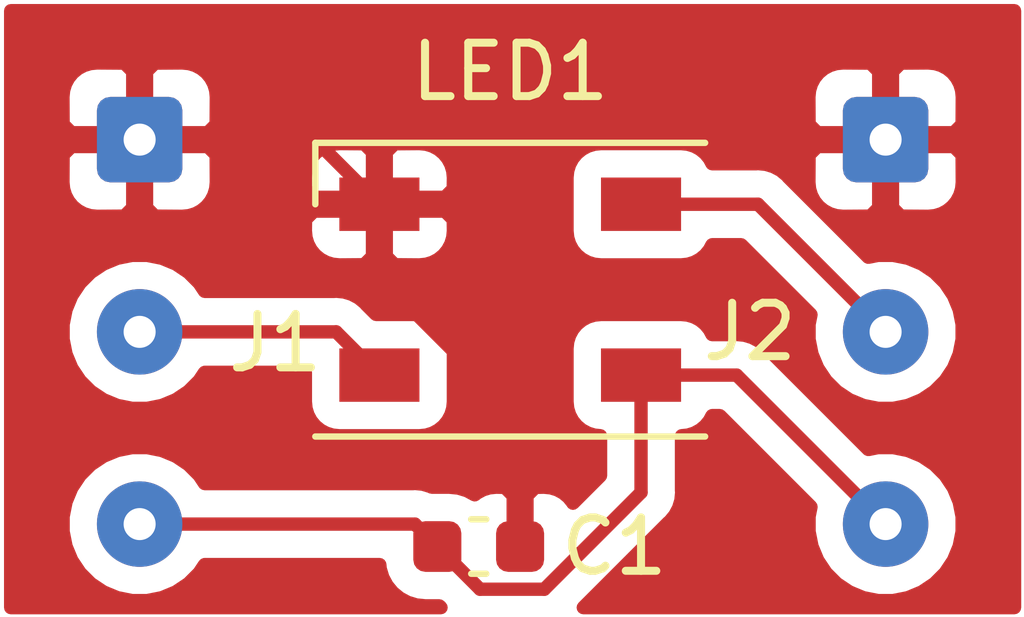
<source format=kicad_pcb>
(kicad_pcb (version 20171130) (host pcbnew "(5.1.9)-1")

  (general
    (thickness 1.6)
    (drawings 4)
    (tracks 19)
    (zones 0)
    (modules 4)
    (nets 5)
  )

  (page A4)
  (layers
    (0 F.Cu signal hide)
    (31 B.Cu signal)
    (32 B.Adhes user)
    (33 F.Adhes user)
    (34 B.Paste user)
    (35 F.Paste user)
    (36 B.SilkS user)
    (37 F.SilkS user)
    (38 B.Mask user)
    (39 F.Mask user)
    (40 Dwgs.User user)
    (41 Cmts.User user)
    (42 Eco1.User user)
    (43 Eco2.User user)
    (44 Edge.Cuts user)
    (45 Margin user)
    (46 B.CrtYd user)
    (47 F.CrtYd user)
    (48 B.Fab user)
    (49 F.Fab user)
  )

  (setup
    (last_trace_width 0.25)
    (trace_clearance 0.2)
    (zone_clearance 0.508)
    (zone_45_only no)
    (trace_min 0.2)
    (via_size 0.8)
    (via_drill 0.4)
    (via_min_size 0.4)
    (via_min_drill 0.3)
    (uvia_size 0.3)
    (uvia_drill 0.1)
    (uvias_allowed no)
    (uvia_min_size 0.2)
    (uvia_min_drill 0.1)
    (edge_width 0.05)
    (segment_width 0.2)
    (pcb_text_width 0.3)
    (pcb_text_size 1.5 1.5)
    (mod_edge_width 0.12)
    (mod_text_size 1 1)
    (mod_text_width 0.15)
    (pad_size 1.524 1.524)
    (pad_drill 0.762)
    (pad_to_mask_clearance 0)
    (aux_axis_origin 0 0)
    (visible_elements 7FFFFFFF)
    (pcbplotparams
      (layerselection 0x010fc_ffffffff)
      (usegerberextensions false)
      (usegerberattributes true)
      (usegerberadvancedattributes true)
      (creategerberjobfile true)
      (excludeedgelayer true)
      (linewidth 0.100000)
      (plotframeref false)
      (viasonmask false)
      (mode 1)
      (useauxorigin false)
      (hpglpennumber 1)
      (hpglpenspeed 20)
      (hpglpendiameter 15.000000)
      (psnegative false)
      (psa4output false)
      (plotreference true)
      (plotvalue true)
      (plotinvisibletext false)
      (padsonsilk false)
      (subtractmaskfromsilk false)
      (outputformat 1)
      (mirror false)
      (drillshape 1)
      (scaleselection 1)
      (outputdirectory ""))
  )

  (net 0 "")
  (net 1 "Net-(C1-Pad1)")
  (net 2 "Net-(C1-Pad2)")
  (net 3 "Net-(J1-Pad2)")
  (net 4 "Net-(J2-Pad2)")

  (net_class Default "This is the default net class."
    (clearance 0.2)
    (trace_width 0.25)
    (via_dia 0.8)
    (via_drill 0.4)
    (uvia_dia 0.3)
    (uvia_drill 0.1)
    (add_net "Net-(C1-Pad1)")
    (add_net "Net-(C1-Pad2)")
    (add_net "Net-(J1-Pad2)")
    (add_net "Net-(J2-Pad2)")
  )

  (module Capacitor_SMD:C_0603_1608Metric (layer F.Cu) (tedit 5F68FEEE) (tstamp 60854587)
    (at 100.33 39.37 180)
    (descr "Capacitor SMD 0603 (1608 Metric), square (rectangular) end terminal, IPC_7351 nominal, (Body size source: IPC-SM-782 page 76, https://www.pcb-3d.com/wordpress/wp-content/uploads/ipc-sm-782a_amendment_1_and_2.pdf), generated with kicad-footprint-generator")
    (tags capacitor)
    (path /607F11E7)
    (attr smd)
    (fp_text reference C1 (at -2.54 0) (layer F.SilkS)
      (effects (font (size 1 1) (thickness 0.15)))
    )
    (fp_text value "100 - 1000 uF" (at -0.8 -0.4) (layer F.Fab) hide
      (effects (font (size 1 1) (thickness 0.15)))
    )
    (fp_line (start 1.48 0.73) (end -1.48 0.73) (layer F.CrtYd) (width 0.05))
    (fp_line (start 1.48 -0.73) (end 1.48 0.73) (layer F.CrtYd) (width 0.05))
    (fp_line (start -1.48 -0.73) (end 1.48 -0.73) (layer F.CrtYd) (width 0.05))
    (fp_line (start -1.48 0.73) (end -1.48 -0.73) (layer F.CrtYd) (width 0.05))
    (fp_line (start -0.14058 0.51) (end 0.14058 0.51) (layer F.SilkS) (width 0.12))
    (fp_line (start -0.14058 -0.51) (end 0.14058 -0.51) (layer F.SilkS) (width 0.12))
    (fp_line (start 0.8 0.4) (end -0.8 0.4) (layer F.Fab) (width 0.1))
    (fp_line (start 0.8 -0.4) (end 0.8 0.4) (layer F.Fab) (width 0.1))
    (fp_line (start -0.8 -0.4) (end 0.8 -0.4) (layer F.Fab) (width 0.1))
    (fp_line (start -0.8 0.4) (end -0.8 -0.4) (layer F.Fab) (width 0.1))
    (fp_text user %R (at 0 -0.68) (layer F.Fab)
      (effects (font (size 0.25 0.25) (thickness 0.04)))
    )
    (pad 2 smd roundrect (at 0.775 0 180) (size 0.9 0.95) (layers F.Cu F.Paste F.Mask) (roundrect_rratio 0.25)
      (net 2 "Net-(C1-Pad2)"))
    (pad 1 smd roundrect (at -0.775 0 180) (size 0.9 0.95) (layers F.Cu F.Paste F.Mask) (roundrect_rratio 0.25)
      (net 1 "Net-(C1-Pad1)"))
    (model ${KISYS3DMOD}/Capacitor_SMD.3dshapes/C_0603_1608Metric.wrl
      (at (xyz 0 0 0))
      (scale (xyz 1 1 1))
      (rotate (xyz 0 0 0))
    )
  )

  (module Connector_Wire:SolderWire-0.1sqmm_1x03_P3.6mm_D0.4mm_OD1mm (layer F.Cu) (tedit 5EB70B42) (tstamp 6085459E)
    (at 93.98 31.75 270)
    (descr "Soldered wire connection, for 3 times 0.1 mm² wires, basic insulation, conductor diameter 0.4mm, outer diameter 1mm, size source Multi-Contact FLEXI-E 0.1 (https://ec.staubli.com/AcroFiles/Catalogues/TM_Cab-Main-11014119_(en)_hi.pdf), bend radius 3 times outer diameter, generated with kicad-footprint-generator")
    (tags "connector wire 0.1sqmm")
    (path /607A4CB2)
    (attr virtual)
    (fp_text reference J1 (at 3.81 -2.54 180) (layer F.SilkS)
      (effects (font (size 1 1) (thickness 0.15)))
    )
    (fp_text value Conn_01x03_Male (at 2.54 1.27 90) (layer F.Fab) hide
      (effects (font (size 1 1) (thickness 0.15)))
    )
    (fp_circle (center 0 0) (end 0.5 0) (layer F.Fab) (width 0.1))
    (fp_circle (center 3.6 0) (end 4.1 0) (layer F.Fab) (width 0.1))
    (fp_circle (center 7.2 0) (end 7.7 0) (layer F.Fab) (width 0.1))
    (fp_line (start -1.3 -1.3) (end -1.3 1.3) (layer F.CrtYd) (width 0.05))
    (fp_line (start -1.3 1.3) (end 1.3 1.3) (layer F.CrtYd) (width 0.05))
    (fp_line (start 1.3 1.3) (end 1.3 -1.3) (layer F.CrtYd) (width 0.05))
    (fp_line (start 1.3 -1.3) (end -1.3 -1.3) (layer F.CrtYd) (width 0.05))
    (fp_line (start 2.3 -1.3) (end 2.3 1.3) (layer F.CrtYd) (width 0.05))
    (fp_line (start 2.3 1.3) (end 4.9 1.3) (layer F.CrtYd) (width 0.05))
    (fp_line (start 4.9 1.3) (end 4.9 -1.3) (layer F.CrtYd) (width 0.05))
    (fp_line (start 4.9 -1.3) (end 2.3 -1.3) (layer F.CrtYd) (width 0.05))
    (fp_line (start 5.9 -1.3) (end 5.9 1.3) (layer F.CrtYd) (width 0.05))
    (fp_line (start 5.9 1.3) (end 8.5 1.3) (layer F.CrtYd) (width 0.05))
    (fp_line (start 8.5 1.3) (end 8.5 -1.3) (layer F.CrtYd) (width 0.05))
    (fp_line (start 8.5 -1.3) (end 5.9 -1.3) (layer F.CrtYd) (width 0.05))
    (fp_text user %R (at 3.6 0) (layer F.Fab)
      (effects (font (size 0.25 0.25) (thickness 0.04)))
    )
    (pad 1 thru_hole roundrect (at 0 0 270) (size 1.6 1.6) (drill 0.6) (layers *.Cu *.Mask) (roundrect_rratio 0.15625)
      (net 1 "Net-(C1-Pad1)"))
    (pad 2 thru_hole circle (at 3.6 0 270) (size 1.6 1.6) (drill 0.6) (layers *.Cu *.Mask)
      (net 3 "Net-(J1-Pad2)"))
    (pad 3 thru_hole circle (at 7.2 0 270) (size 1.6 1.6) (drill 0.6) (layers *.Cu *.Mask)
      (net 2 "Net-(C1-Pad2)"))
    (model ${KISYS3DMOD}/Connector_Wire.3dshapes/SolderWire-0.1sqmm_1x03_P3.6mm_D0.4mm_OD1mm.wrl
      (at (xyz 0 0 0))
      (scale (xyz 1 1 1))
      (rotate (xyz 0 0 0))
    )
  )

  (module Connector_Wire:SolderWire-0.1sqmm_1x03_P3.6mm_D0.4mm_OD1mm (layer F.Cu) (tedit 5EB70B42) (tstamp 608545B5)
    (at 107.95 31.75 270)
    (descr "Soldered wire connection, for 3 times 0.1 mm² wires, basic insulation, conductor diameter 0.4mm, outer diameter 1mm, size source Multi-Contact FLEXI-E 0.1 (https://ec.staubli.com/AcroFiles/Catalogues/TM_Cab-Main-11014119_(en)_hi.pdf), bend radius 3 times outer diameter, generated with kicad-footprint-generator")
    (tags "connector wire 0.1sqmm")
    (path /607A2A3A)
    (attr virtual)
    (fp_text reference J2 (at 3.6 2.54 180) (layer F.SilkS)
      (effects (font (size 1 1) (thickness 0.15)))
    )
    (fp_text value Conn_01x03_Male (at 3.6 -2.54 90) (layer F.Fab) hide
      (effects (font (size 1 1) (thickness 0.15)))
    )
    (fp_line (start 8.5 -1.3) (end 5.9 -1.3) (layer F.CrtYd) (width 0.05))
    (fp_line (start 8.5 1.3) (end 8.5 -1.3) (layer F.CrtYd) (width 0.05))
    (fp_line (start 5.9 1.3) (end 8.5 1.3) (layer F.CrtYd) (width 0.05))
    (fp_line (start 5.9 -1.3) (end 5.9 1.3) (layer F.CrtYd) (width 0.05))
    (fp_line (start 4.9 -1.3) (end 2.3 -1.3) (layer F.CrtYd) (width 0.05))
    (fp_line (start 4.9 1.3) (end 4.9 -1.3) (layer F.CrtYd) (width 0.05))
    (fp_line (start 2.3 1.3) (end 4.9 1.3) (layer F.CrtYd) (width 0.05))
    (fp_line (start 2.3 -1.3) (end 2.3 1.3) (layer F.CrtYd) (width 0.05))
    (fp_line (start 1.3 -1.3) (end -1.3 -1.3) (layer F.CrtYd) (width 0.05))
    (fp_line (start 1.3 1.3) (end 1.3 -1.3) (layer F.CrtYd) (width 0.05))
    (fp_line (start -1.3 1.3) (end 1.3 1.3) (layer F.CrtYd) (width 0.05))
    (fp_line (start -1.3 -1.3) (end -1.3 1.3) (layer F.CrtYd) (width 0.05))
    (fp_circle (center 7.2 0) (end 7.7 0) (layer F.Fab) (width 0.1))
    (fp_circle (center 3.6 0) (end 4.1 0) (layer F.Fab) (width 0.1))
    (fp_circle (center 0 0) (end 0.5 0) (layer F.Fab) (width 0.1))
    (fp_text user %R (at 3.6 0) (layer F.Fab)
      (effects (font (size 0.25 0.25) (thickness 0.04)))
    )
    (pad 3 thru_hole circle (at 7.2 0 270) (size 1.6 1.6) (drill 0.6) (layers *.Cu *.Mask)
      (net 2 "Net-(C1-Pad2)"))
    (pad 2 thru_hole circle (at 3.6 0 270) (size 1.6 1.6) (drill 0.6) (layers *.Cu *.Mask)
      (net 4 "Net-(J2-Pad2)"))
    (pad 1 thru_hole roundrect (at 0 0 270) (size 1.6 1.6) (drill 0.6) (layers *.Cu *.Mask) (roundrect_rratio 0.15625)
      (net 1 "Net-(C1-Pad1)"))
    (model ${KISYS3DMOD}/Connector_Wire.3dshapes/SolderWire-0.1sqmm_1x03_P3.6mm_D0.4mm_OD1mm.wrl
      (at (xyz 0 0 0))
      (scale (xyz 1 1 1))
      (rotate (xyz 0 0 0))
    )
  )

  (module LED_SMD:LED_WS2812B_PLCC4_5.0x5.0mm_P3.2mm (layer F.Cu) (tedit 5AA4B285) (tstamp 608545CC)
    (at 100.920001 34.560001 180)
    (descr https://cdn-shop.adafruit.com/datasheets/WS2812B.pdf)
    (tags "LED RGB NeoPixel")
    (path /6079C2AE)
    (attr smd)
    (fp_text reference LED1 (at 0 4.080001) (layer F.SilkS)
      (effects (font (size 1 1) (thickness 0.15)))
    )
    (fp_text value WS2812B (at 0 3.539999) (layer F.Fab) hide
      (effects (font (size 1 1) (thickness 0.15)))
    )
    (fp_line (start 3.45 -2.75) (end -3.45 -2.75) (layer F.CrtYd) (width 0.05))
    (fp_line (start 3.45 2.75) (end 3.45 -2.75) (layer F.CrtYd) (width 0.05))
    (fp_line (start -3.45 2.75) (end 3.45 2.75) (layer F.CrtYd) (width 0.05))
    (fp_line (start -3.45 -2.75) (end -3.45 2.75) (layer F.CrtYd) (width 0.05))
    (fp_line (start 2.5 1.5) (end 1.5 2.5) (layer F.Fab) (width 0.1))
    (fp_line (start -2.5 -2.5) (end -2.5 2.5) (layer F.Fab) (width 0.1))
    (fp_line (start -2.5 2.5) (end 2.5 2.5) (layer F.Fab) (width 0.1))
    (fp_line (start 2.5 2.5) (end 2.5 -2.5) (layer F.Fab) (width 0.1))
    (fp_line (start 2.5 -2.5) (end -2.5 -2.5) (layer F.Fab) (width 0.1))
    (fp_line (start -3.65 -2.75) (end 3.65 -2.75) (layer F.SilkS) (width 0.12))
    (fp_line (start -3.65 2.75) (end 3.65 2.75) (layer F.SilkS) (width 0.12))
    (fp_line (start 3.65 2.75) (end 3.65 1.6) (layer F.SilkS) (width 0.12))
    (fp_circle (center 0 0) (end 0 -2) (layer F.Fab) (width 0.1))
    (fp_text user %R (at 0 0 180) (layer F.Fab)
      (effects (font (size 0.8 0.8) (thickness 0.15)))
    )
    (pad 3 smd rect (at 2.45 1.6 180) (size 1.5 1) (layers F.Cu F.Paste F.Mask)
      (net 1 "Net-(C1-Pad1)"))
    (pad 4 smd rect (at 2.45 -1.6 180) (size 1.5 1) (layers F.Cu F.Paste F.Mask)
      (net 3 "Net-(J1-Pad2)"))
    (pad 2 smd rect (at -2.45 1.6 180) (size 1.5 1) (layers F.Cu F.Paste F.Mask)
      (net 4 "Net-(J2-Pad2)"))
    (pad 1 smd rect (at -2.45 -1.6 180) (size 1.5 1) (layers F.Cu F.Paste F.Mask)
      (net 2 "Net-(C1-Pad2)"))
    (model ${KISYS3DMOD}/LED_SMD.3dshapes/LED_WS2812B_PLCC4_5.0x5.0mm_P3.2mm.wrl
      (at (xyz 0 0 0))
      (scale (xyz 1 1 1))
      (rotate (xyz 0 0 0))
    )
  )

  (gr_line (start 91.44 40.64) (end 91.44 29.21) (layer Dwgs.User) (width 0.15) (tstamp 60854E35))
  (gr_line (start 110.49 40.64) (end 91.44 40.64) (layer Dwgs.User) (width 0.15))
  (gr_line (start 110.49 29.21) (end 110.49 40.64) (layer Dwgs.User) (width 0.15))
  (gr_line (start 91.44 29.21) (end 110.49 29.21) (layer Dwgs.User) (width 0.15))

  (segment (start 97.26 31.75) (end 107.95 31.75) (width 0.25) (layer F.Cu) (net 1))
  (segment (start 97.26 31.75) (end 98.470001 32.960001) (width 0.25) (layer F.Cu) (net 1))
  (segment (start 99.000001 32.960001) (end 98.470001 32.960001) (width 0.25) (layer F.Cu) (net 1))
  (segment (start 93.98 31.75) (end 97.26 31.75) (width 0.25) (layer F.Cu) (net 1))
  (segment (start 98.470001 34.324999) (end 98.470001 32.960001) (width 0.25) (layer F.Cu) (net 1))
  (segment (start 101.105 36.959998) (end 98.470001 34.324999) (width 0.25) (layer F.Cu) (net 1))
  (segment (start 101.105 39.37) (end 101.105 36.959998) (width 0.25) (layer F.Cu) (net 1))
  (segment (start 103.370001 36.160001) (end 105.160001 36.160001) (width 0.25) (layer F.Cu) (net 2))
  (segment (start 105.160001 36.160001) (end 107.95 38.95) (width 0.25) (layer F.Cu) (net 2))
  (segment (start 99.135 38.95) (end 99.555 39.37) (width 0.25) (layer F.Cu) (net 2))
  (segment (start 93.98 38.95) (end 99.135 38.95) (width 0.25) (layer F.Cu) (net 2))
  (segment (start 100.35501 40.17001) (end 99.555 39.37) (width 0.25) (layer F.Cu) (net 2))
  (segment (start 101.557824 40.17001) (end 100.35501 40.17001) (width 0.25) (layer F.Cu) (net 2))
  (segment (start 103.370001 38.357833) (end 101.557824 40.17001) (width 0.25) (layer F.Cu) (net 2))
  (segment (start 103.370001 36.160001) (end 103.370001 38.357833) (width 0.25) (layer F.Cu) (net 2))
  (segment (start 97.66 35.35) (end 98.470001 36.160001) (width 0.25) (layer F.Cu) (net 3))
  (segment (start 93.98 35.35) (end 97.66 35.35) (width 0.25) (layer F.Cu) (net 3))
  (segment (start 103.370001 32.960001) (end 105.560001 32.960001) (width 0.25) (layer F.Cu) (net 4))
  (segment (start 105.560001 32.960001) (end 107.95 35.35) (width 0.25) (layer F.Cu) (net 4))

  (zone (net 1) (net_name "Net-(C1-Pad1)") (layer F.Cu) (tstamp 0) (hatch edge 0.508)
    (connect_pads (clearance 0.508))
    (min_thickness 0.254)
    (fill yes (arc_segments 32) (thermal_gap 0.508) (thermal_bridge_width 0.508))
    (polygon
      (pts
        (xy 110.49 40.64) (xy 91.44 40.64) (xy 91.44 29.21) (xy 110.49 29.21)
      )
    )
    (filled_polygon
      (pts
        (xy 110.363 40.513) (xy 102.289635 40.513) (xy 103.881004 38.921632) (xy 103.910002 38.897834) (xy 104.004975 38.782109)
        (xy 104.075547 38.65008) (xy 104.119004 38.506819) (xy 104.130001 38.395166) (xy 104.130001 38.395157) (xy 104.133677 38.357834)
        (xy 104.130001 38.320511) (xy 104.130001 37.297088) (xy 104.244483 37.285813) (xy 104.364181 37.249503) (xy 104.474495 37.190538)
        (xy 104.571186 37.111186) (xy 104.650538 37.014495) (xy 104.701047 36.920001) (xy 104.8452 36.920001) (xy 106.551312 38.626114)
        (xy 106.515 38.808665) (xy 106.515 39.091335) (xy 106.570147 39.368574) (xy 106.67832 39.629727) (xy 106.835363 39.864759)
        (xy 107.035241 40.064637) (xy 107.270273 40.22168) (xy 107.531426 40.329853) (xy 107.808665 40.385) (xy 108.091335 40.385)
        (xy 108.368574 40.329853) (xy 108.629727 40.22168) (xy 108.864759 40.064637) (xy 109.064637 39.864759) (xy 109.22168 39.629727)
        (xy 109.329853 39.368574) (xy 109.385 39.091335) (xy 109.385 38.808665) (xy 109.329853 38.531426) (xy 109.22168 38.270273)
        (xy 109.064637 38.035241) (xy 108.864759 37.835363) (xy 108.629727 37.67832) (xy 108.368574 37.570147) (xy 108.091335 37.515)
        (xy 107.808665 37.515) (xy 107.626114 37.551312) (xy 105.723805 35.649004) (xy 105.700002 35.62) (xy 105.584277 35.525027)
        (xy 105.452248 35.454455) (xy 105.308987 35.410998) (xy 105.197334 35.400001) (xy 105.197323 35.400001) (xy 105.160001 35.396325)
        (xy 105.122679 35.400001) (xy 104.701047 35.400001) (xy 104.650538 35.305507) (xy 104.571186 35.208816) (xy 104.474495 35.129464)
        (xy 104.364181 35.070499) (xy 104.244483 35.034189) (xy 104.120001 35.021929) (xy 102.620001 35.021929) (xy 102.495519 35.034189)
        (xy 102.375821 35.070499) (xy 102.265507 35.129464) (xy 102.168816 35.208816) (xy 102.089464 35.305507) (xy 102.030499 35.415821)
        (xy 101.994189 35.535519) (xy 101.981929 35.660001) (xy 101.981929 36.660001) (xy 101.994189 36.784483) (xy 102.030499 36.904181)
        (xy 102.089464 37.014495) (xy 102.168816 37.111186) (xy 102.265507 37.190538) (xy 102.375821 37.249503) (xy 102.495519 37.285813)
        (xy 102.610002 37.297088) (xy 102.610002 38.04303) (xy 102.094938 38.558094) (xy 102.085537 38.540506) (xy 102.006185 38.443815)
        (xy 101.909494 38.364463) (xy 101.79918 38.305498) (xy 101.679482 38.269188) (xy 101.555 38.256928) (xy 101.39075 38.26)
        (xy 101.232 38.41875) (xy 101.232 39.243) (xy 101.252 39.243) (xy 101.252 39.401033) (xy 101.243023 39.41001)
        (xy 100.958 39.41001) (xy 100.958 39.243) (xy 100.978 39.243) (xy 100.978 38.41875) (xy 100.81925 38.26)
        (xy 100.655 38.256928) (xy 100.530518 38.269188) (xy 100.41082 38.305498) (xy 100.300506 38.364463) (xy 100.256351 38.4007)
        (xy 100.110283 38.322625) (xy 99.948377 38.273512) (xy 99.78 38.256928) (xy 99.450584 38.256928) (xy 99.427247 38.244454)
        (xy 99.283986 38.200997) (xy 99.172333 38.19) (xy 99.172322 38.19) (xy 99.135 38.186324) (xy 99.097678 38.19)
        (xy 95.198043 38.19) (xy 95.094637 38.035241) (xy 94.894759 37.835363) (xy 94.659727 37.67832) (xy 94.398574 37.570147)
        (xy 94.121335 37.515) (xy 93.838665 37.515) (xy 93.561426 37.570147) (xy 93.300273 37.67832) (xy 93.065241 37.835363)
        (xy 92.865363 38.035241) (xy 92.70832 38.270273) (xy 92.600147 38.531426) (xy 92.545 38.808665) (xy 92.545 39.091335)
        (xy 92.600147 39.368574) (xy 92.70832 39.629727) (xy 92.865363 39.864759) (xy 93.065241 40.064637) (xy 93.300273 40.22168)
        (xy 93.561426 40.329853) (xy 93.838665 40.385) (xy 94.121335 40.385) (xy 94.398574 40.329853) (xy 94.659727 40.22168)
        (xy 94.894759 40.064637) (xy 95.094637 39.864759) (xy 95.198043 39.71) (xy 98.475792 39.71) (xy 98.483512 39.788377)
        (xy 98.532625 39.950283) (xy 98.612382 40.099497) (xy 98.719716 40.230284) (xy 98.850503 40.337618) (xy 98.999717 40.417375)
        (xy 99.161623 40.466488) (xy 99.33 40.483072) (xy 99.59327 40.483072) (xy 99.623198 40.513) (xy 91.567 40.513)
        (xy 91.567 35.208665) (xy 92.545 35.208665) (xy 92.545 35.491335) (xy 92.600147 35.768574) (xy 92.70832 36.029727)
        (xy 92.865363 36.264759) (xy 93.065241 36.464637) (xy 93.300273 36.62168) (xy 93.561426 36.729853) (xy 93.838665 36.785)
        (xy 94.121335 36.785) (xy 94.398574 36.729853) (xy 94.659727 36.62168) (xy 94.894759 36.464637) (xy 95.094637 36.264759)
        (xy 95.198043 36.11) (xy 97.081929 36.11) (xy 97.081929 36.660001) (xy 97.094189 36.784483) (xy 97.130499 36.904181)
        (xy 97.189464 37.014495) (xy 97.268816 37.111186) (xy 97.365507 37.190538) (xy 97.475821 37.249503) (xy 97.595519 37.285813)
        (xy 97.720001 37.298073) (xy 99.220001 37.298073) (xy 99.344483 37.285813) (xy 99.464181 37.249503) (xy 99.574495 37.190538)
        (xy 99.671186 37.111186) (xy 99.750538 37.014495) (xy 99.809503 36.904181) (xy 99.845813 36.784483) (xy 99.858073 36.660001)
        (xy 99.858073 35.660001) (xy 99.845813 35.535519) (xy 99.809503 35.415821) (xy 99.750538 35.305507) (xy 99.671186 35.208816)
        (xy 99.574495 35.129464) (xy 99.464181 35.070499) (xy 99.344483 35.034189) (xy 99.220001 35.021929) (xy 98.406731 35.021929)
        (xy 98.223803 34.839002) (xy 98.200001 34.809999) (xy 98.084276 34.715026) (xy 97.952247 34.644454) (xy 97.808986 34.600997)
        (xy 97.697333 34.59) (xy 97.697322 34.59) (xy 97.66 34.586324) (xy 97.622678 34.59) (xy 95.198043 34.59)
        (xy 95.094637 34.435241) (xy 94.894759 34.235363) (xy 94.659727 34.07832) (xy 94.398574 33.970147) (xy 94.121335 33.915)
        (xy 93.838665 33.915) (xy 93.561426 33.970147) (xy 93.300273 34.07832) (xy 93.065241 34.235363) (xy 92.865363 34.435241)
        (xy 92.70832 34.670273) (xy 92.600147 34.931426) (xy 92.545 35.208665) (xy 91.567 35.208665) (xy 91.567 33.460001)
        (xy 97.081929 33.460001) (xy 97.094189 33.584483) (xy 97.130499 33.704181) (xy 97.189464 33.814495) (xy 97.268816 33.911186)
        (xy 97.365507 33.990538) (xy 97.475821 34.049503) (xy 97.595519 34.085813) (xy 97.720001 34.098073) (xy 98.184251 34.095001)
        (xy 98.343001 33.936251) (xy 98.343001 33.087001) (xy 98.597001 33.087001) (xy 98.597001 33.936251) (xy 98.755751 34.095001)
        (xy 99.220001 34.098073) (xy 99.344483 34.085813) (xy 99.464181 34.049503) (xy 99.574495 33.990538) (xy 99.671186 33.911186)
        (xy 99.750538 33.814495) (xy 99.809503 33.704181) (xy 99.845813 33.584483) (xy 99.858073 33.460001) (xy 99.855001 33.245751)
        (xy 99.696251 33.087001) (xy 98.597001 33.087001) (xy 98.343001 33.087001) (xy 97.243751 33.087001) (xy 97.085001 33.245751)
        (xy 97.081929 33.460001) (xy 91.567 33.460001) (xy 91.567 32.55) (xy 92.541928 32.55) (xy 92.554188 32.674482)
        (xy 92.590498 32.79418) (xy 92.649463 32.904494) (xy 92.728815 33.001185) (xy 92.825506 33.080537) (xy 92.93582 33.139502)
        (xy 93.055518 33.175812) (xy 93.18 33.188072) (xy 93.69425 33.185) (xy 93.853 33.02625) (xy 93.853 31.877)
        (xy 94.107 31.877) (xy 94.107 33.02625) (xy 94.26575 33.185) (xy 94.78 33.188072) (xy 94.904482 33.175812)
        (xy 95.02418 33.139502) (xy 95.134494 33.080537) (xy 95.231185 33.001185) (xy 95.310537 32.904494) (xy 95.369502 32.79418)
        (xy 95.405812 32.674482) (xy 95.418072 32.55) (xy 95.417535 32.460001) (xy 97.081929 32.460001) (xy 97.085001 32.674251)
        (xy 97.243751 32.833001) (xy 98.343001 32.833001) (xy 98.343001 31.983751) (xy 98.597001 31.983751) (xy 98.597001 32.833001)
        (xy 99.696251 32.833001) (xy 99.855001 32.674251) (xy 99.858073 32.460001) (xy 101.981929 32.460001) (xy 101.981929 33.460001)
        (xy 101.994189 33.584483) (xy 102.030499 33.704181) (xy 102.089464 33.814495) (xy 102.168816 33.911186) (xy 102.265507 33.990538)
        (xy 102.375821 34.049503) (xy 102.495519 34.085813) (xy 102.620001 34.098073) (xy 104.120001 34.098073) (xy 104.244483 34.085813)
        (xy 104.364181 34.049503) (xy 104.474495 33.990538) (xy 104.571186 33.911186) (xy 104.650538 33.814495) (xy 104.701047 33.720001)
        (xy 105.2452 33.720001) (xy 106.551312 35.026114) (xy 106.515 35.208665) (xy 106.515 35.491335) (xy 106.570147 35.768574)
        (xy 106.67832 36.029727) (xy 106.835363 36.264759) (xy 107.035241 36.464637) (xy 107.270273 36.62168) (xy 107.531426 36.729853)
        (xy 107.808665 36.785) (xy 108.091335 36.785) (xy 108.368574 36.729853) (xy 108.629727 36.62168) (xy 108.864759 36.464637)
        (xy 109.064637 36.264759) (xy 109.22168 36.029727) (xy 109.329853 35.768574) (xy 109.385 35.491335) (xy 109.385 35.208665)
        (xy 109.329853 34.931426) (xy 109.22168 34.670273) (xy 109.064637 34.435241) (xy 108.864759 34.235363) (xy 108.629727 34.07832)
        (xy 108.368574 33.970147) (xy 108.091335 33.915) (xy 107.808665 33.915) (xy 107.626114 33.951312) (xy 106.224802 32.55)
        (xy 106.511928 32.55) (xy 106.524188 32.674482) (xy 106.560498 32.79418) (xy 106.619463 32.904494) (xy 106.698815 33.001185)
        (xy 106.795506 33.080537) (xy 106.90582 33.139502) (xy 107.025518 33.175812) (xy 107.15 33.188072) (xy 107.66425 33.185)
        (xy 107.823 33.02625) (xy 107.823 31.877) (xy 108.077 31.877) (xy 108.077 33.02625) (xy 108.23575 33.185)
        (xy 108.75 33.188072) (xy 108.874482 33.175812) (xy 108.99418 33.139502) (xy 109.104494 33.080537) (xy 109.201185 33.001185)
        (xy 109.280537 32.904494) (xy 109.339502 32.79418) (xy 109.375812 32.674482) (xy 109.388072 32.55) (xy 109.385 32.03575)
        (xy 109.22625 31.877) (xy 108.077 31.877) (xy 107.823 31.877) (xy 106.67375 31.877) (xy 106.515 32.03575)
        (xy 106.511928 32.55) (xy 106.224802 32.55) (xy 106.123805 32.449004) (xy 106.100002 32.42) (xy 105.984277 32.325027)
        (xy 105.852248 32.254455) (xy 105.708987 32.210998) (xy 105.597334 32.200001) (xy 105.597323 32.200001) (xy 105.560001 32.196325)
        (xy 105.522679 32.200001) (xy 104.701047 32.200001) (xy 104.650538 32.105507) (xy 104.571186 32.008816) (xy 104.474495 31.929464)
        (xy 104.364181 31.870499) (xy 104.244483 31.834189) (xy 104.120001 31.821929) (xy 102.620001 31.821929) (xy 102.495519 31.834189)
        (xy 102.375821 31.870499) (xy 102.265507 31.929464) (xy 102.168816 32.008816) (xy 102.089464 32.105507) (xy 102.030499 32.215821)
        (xy 101.994189 32.335519) (xy 101.981929 32.460001) (xy 99.858073 32.460001) (xy 99.845813 32.335519) (xy 99.809503 32.215821)
        (xy 99.750538 32.105507) (xy 99.671186 32.008816) (xy 99.574495 31.929464) (xy 99.464181 31.870499) (xy 99.344483 31.834189)
        (xy 99.220001 31.821929) (xy 98.755751 31.825001) (xy 98.597001 31.983751) (xy 98.343001 31.983751) (xy 98.184251 31.825001)
        (xy 97.720001 31.821929) (xy 97.595519 31.834189) (xy 97.475821 31.870499) (xy 97.365507 31.929464) (xy 97.268816 32.008816)
        (xy 97.189464 32.105507) (xy 97.130499 32.215821) (xy 97.094189 32.335519) (xy 97.081929 32.460001) (xy 95.417535 32.460001)
        (xy 95.415 32.03575) (xy 95.25625 31.877) (xy 94.107 31.877) (xy 93.853 31.877) (xy 92.70375 31.877)
        (xy 92.545 32.03575) (xy 92.541928 32.55) (xy 91.567 32.55) (xy 91.567 30.95) (xy 92.541928 30.95)
        (xy 92.545 31.46425) (xy 92.70375 31.623) (xy 93.853 31.623) (xy 93.853 30.47375) (xy 94.107 30.47375)
        (xy 94.107 31.623) (xy 95.25625 31.623) (xy 95.415 31.46425) (xy 95.418072 30.95) (xy 106.511928 30.95)
        (xy 106.515 31.46425) (xy 106.67375 31.623) (xy 107.823 31.623) (xy 107.823 30.47375) (xy 108.077 30.47375)
        (xy 108.077 31.623) (xy 109.22625 31.623) (xy 109.385 31.46425) (xy 109.388072 30.95) (xy 109.375812 30.825518)
        (xy 109.339502 30.70582) (xy 109.280537 30.595506) (xy 109.201185 30.498815) (xy 109.104494 30.419463) (xy 108.99418 30.360498)
        (xy 108.874482 30.324188) (xy 108.75 30.311928) (xy 108.23575 30.315) (xy 108.077 30.47375) (xy 107.823 30.47375)
        (xy 107.66425 30.315) (xy 107.15 30.311928) (xy 107.025518 30.324188) (xy 106.90582 30.360498) (xy 106.795506 30.419463)
        (xy 106.698815 30.498815) (xy 106.619463 30.595506) (xy 106.560498 30.70582) (xy 106.524188 30.825518) (xy 106.511928 30.95)
        (xy 95.418072 30.95) (xy 95.405812 30.825518) (xy 95.369502 30.70582) (xy 95.310537 30.595506) (xy 95.231185 30.498815)
        (xy 95.134494 30.419463) (xy 95.02418 30.360498) (xy 94.904482 30.324188) (xy 94.78 30.311928) (xy 94.26575 30.315)
        (xy 94.107 30.47375) (xy 93.853 30.47375) (xy 93.69425 30.315) (xy 93.18 30.311928) (xy 93.055518 30.324188)
        (xy 92.93582 30.360498) (xy 92.825506 30.419463) (xy 92.728815 30.498815) (xy 92.649463 30.595506) (xy 92.590498 30.70582)
        (xy 92.554188 30.825518) (xy 92.541928 30.95) (xy 91.567 30.95) (xy 91.567 29.337) (xy 110.363 29.337)
      )
    )
  )
)

</source>
